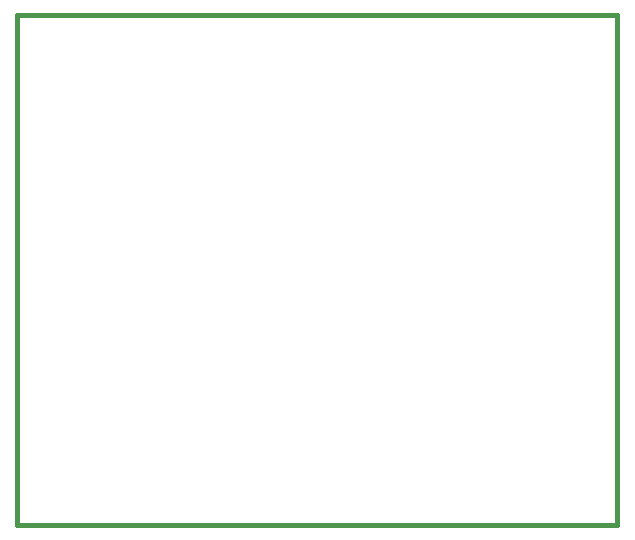
<source format=gbo>
G04 (created by PCBNEW-RS274X (2012-01-19 BZR 3256)-stable) date Tue 02 Jul 2013 11:49:59 AM CDT*
G01*
G70*
G90*
%MOIN*%
G04 Gerber Fmt 3.4, Leading zero omitted, Abs format*
%FSLAX34Y34*%
G04 APERTURE LIST*
%ADD10C,0.006000*%
%ADD11C,0.015000*%
%ADD12R,0.071000X0.071000*%
%ADD13C,0.071000*%
G04 APERTURE END LIST*
G54D10*
G54D11*
X51000Y-53000D02*
X51000Y-49500D01*
X71000Y-53000D02*
X51000Y-53000D01*
X71000Y-49500D02*
X71000Y-53000D01*
X51000Y-49500D02*
X51000Y-36000D01*
X71000Y-36000D02*
X71000Y-49500D01*
X51000Y-36000D02*
X71000Y-36000D01*
%LPC*%
G54D12*
X58000Y-37000D03*
G54D13*
X58000Y-38000D03*
X58000Y-39000D03*
X58000Y-40000D03*
X58000Y-41000D03*
X58000Y-42000D03*
X58000Y-43000D03*
X58000Y-44000D03*
X58000Y-45000D03*
X58000Y-46000D03*
X58000Y-47000D03*
X58000Y-48000D03*
X58000Y-49000D03*
X58000Y-50000D03*
X58000Y-51000D03*
X58000Y-52000D03*
X64000Y-52000D03*
X64000Y-51000D03*
X64000Y-50000D03*
X64000Y-49000D03*
X64000Y-48000D03*
X64000Y-47000D03*
X64000Y-46000D03*
X64000Y-45000D03*
X64000Y-44000D03*
X64000Y-43000D03*
X64000Y-42000D03*
X64000Y-41000D03*
X64000Y-40000D03*
X64000Y-39000D03*
X64000Y-38000D03*
X64000Y-37000D03*
G54D12*
X52000Y-51500D03*
G54D13*
X52000Y-50500D03*
X53000Y-51500D03*
X53000Y-50500D03*
X54000Y-51500D03*
X54000Y-50500D03*
X55000Y-51500D03*
X55000Y-50500D03*
X56000Y-51500D03*
X56000Y-50500D03*
G54D12*
X66000Y-51500D03*
G54D13*
X66000Y-50500D03*
X67000Y-51500D03*
X67000Y-50500D03*
X68000Y-51500D03*
X68000Y-50500D03*
X69000Y-51500D03*
X69000Y-50500D03*
X70000Y-51500D03*
X70000Y-50500D03*
G54D12*
X61499Y-42501D03*
G54D13*
X60500Y-41501D03*
X60500Y-42501D03*
X59500Y-41501D03*
X58500Y-42501D03*
X59500Y-42501D03*
X58500Y-43501D03*
X59500Y-43501D03*
X58500Y-44500D03*
X59500Y-44500D03*
X58500Y-45500D03*
X59500Y-45500D03*
X58500Y-46500D03*
X59500Y-47500D03*
X59500Y-46500D03*
X60500Y-47500D03*
X60500Y-46500D03*
X61499Y-47500D03*
X61499Y-46500D03*
X62499Y-47500D03*
X63499Y-46500D03*
X62499Y-46500D03*
X63499Y-45500D03*
X62499Y-45500D03*
X63499Y-44500D03*
X62499Y-44500D03*
X63499Y-43501D03*
X62499Y-43501D03*
X63499Y-42501D03*
X62499Y-41501D03*
X62499Y-42501D03*
X61499Y-41501D03*
G54D12*
X52000Y-39500D03*
G54D13*
X53000Y-39500D03*
X52000Y-40500D03*
X53000Y-40500D03*
X52000Y-41500D03*
X53000Y-41500D03*
X52000Y-42500D03*
X53000Y-42500D03*
X52000Y-43500D03*
X53000Y-43500D03*
X52000Y-44500D03*
X53000Y-44500D03*
X52000Y-45500D03*
X53000Y-45500D03*
X52000Y-46500D03*
X53000Y-46500D03*
X52000Y-47500D03*
X53000Y-47500D03*
X52000Y-48500D03*
X53000Y-48500D03*
G54D12*
X69000Y-39500D03*
G54D13*
X70000Y-39500D03*
X69000Y-40500D03*
X70000Y-40500D03*
X69000Y-41500D03*
X70000Y-41500D03*
X69000Y-42500D03*
X70000Y-42500D03*
X69000Y-43500D03*
X70000Y-43500D03*
X69000Y-44500D03*
X70000Y-44500D03*
X69000Y-45500D03*
X70000Y-45500D03*
X69000Y-46500D03*
X70000Y-46500D03*
X69000Y-47500D03*
X70000Y-47500D03*
X69000Y-48500D03*
X70000Y-48500D03*
M02*

</source>
